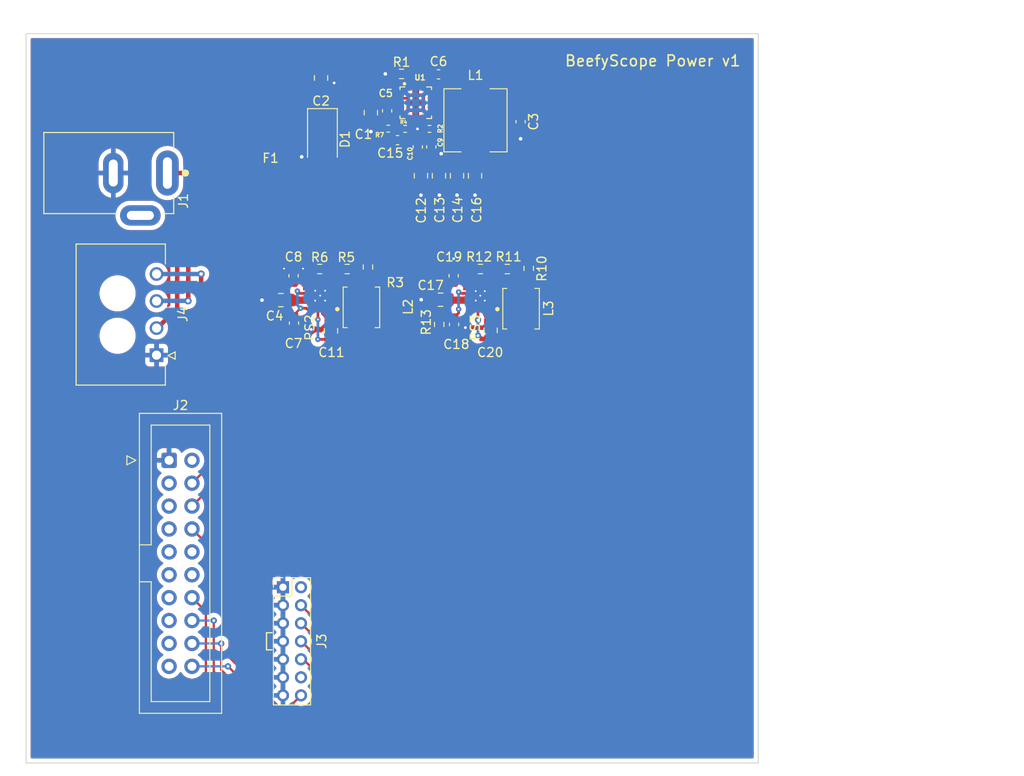
<source format=kicad_pcb>
(kicad_pcb (version 20211014) (generator pcbnew)
  (layers (0 "F.Cu" signal) (31 "B.Cu" signal) (34 "B.Paste" user) (35 "F.Paste" user) (36 "B.SilkS" user "B.Silkscreen") (37 "F.SilkS" user "F.Silkscreen") (38 "B.Mask" user) (39 "F.Mask" user) (44 "Edge.Cuts" user))
  (net 0 "")
  (net 1 "GND")
  (net 2 "+12V")
  (net 3 "+5V")
  (net 4 "Net-(C7-Pad1)")
  (net 5 "Net-(C8-Pad2)")
  (net 6 "Net-(C10-Pad1)")
  (net 7 "+3V3")
  (net 8 "Net-(C18-Pad1)")
  (net 9 "Net-(C19-Pad2)")
  (net 10 "PS_1V2")
  (net 16 "PS_PGOOD")
  (net 17 "PS_PWR_ENABLE")
  (net 18 "FAN_CTL")
  (net 19 "Net-(L2-Pad1)")
  (net 20 "Net-(L3-Pad1)")
  (net 21 "Net-(PS2-Pad4)")
  (net 22 "Net-(PS2-Pad5)")
  (net 23 "Net-(PS3-Pad5)")
  (net 24 "Net-(C9-Pad1)")
  (net 30 "Net-(F1-Pad1)")
  (net 31 "PS_SRST_B")
  (net 32 "JTAG_TMS")
  (net 33 "JTAG_TCK")
  (net 34 "JTAG_TDO")
  (net 35 "JTAG_TDI")
  (net 36 "PS_1V8")
  (net 40 "Net-(C3-Pad1)")
  (net 41 "Net-(C6-Pad1)")
  (net 42 "Net-(C15-Pad2)")
  (net 43 "Net-(R1-Pad1)")
  (net 46 "Net-(C6-Pad2)")
  (footprint "Beefy:L_6.7x7" (layer "F.Cu") (at 117.1725 38.15 -90)
    (fp_text reference "L1")
    (fp_text value "3.3uH" hide)
  )
  (footprint "Capacitor_SMD:C_0805_2012Metric" (layer "F.Cu") (at 113.1225 44.3 -90)
    (fp_text reference "C13")
    (fp_text value "22uF" hide)
  )
  (footprint "Parts:IC_TPS54821RHLR" (layer "F.Cu") (at 110.55 36.2 -90)
    (fp_text reference "U1")
    (fp_text value "TPS54821RHLR" hide)
  )
  (footprint "Capacitor_SMD:C_0603_1608Metric" (layer "F.Cu") (at 97.05 60.65 -90)
    (fp_text reference "C7")
    (fp_text value "0.1uF")
  )
  (footprint "Beefy:FUSE_C206912" (layer "F.Cu") (at 94.45 36.15 90)
    (fp_text reference "F1")
    (fp_text value "Fuse" hide)
  )
  (footprint "Capacitor_SMD:C_0603_1608Metric" (layer "F.Cu") (at 108.5225 40.35 180)
    (fp_text reference "C15")
    (fp_text value "470pF" hide)
  )
  (footprint "Resistor_SMD:R_0402_1005Metric" (layer "F.Cu") (at 112.0725 39.1)
    (fp_text reference "R2")
    (fp_text value "4.64k" hide)
  )
  (footprint "Capacitor_SMD:C_0805_2012Metric" (layer "F.Cu") (at 118.85 61.45 90)
    (fp_text reference "C20")
    (fp_text value "22uF")
  )
  (footprint "Capacitor_SMD:C_0603_1608Metric" (layer "F.Cu") (at 114.75 55.4 -90)
    (fp_text reference "C19")
    (fp_text value "3.3nF")
  )
  (footprint "Resistor_SMD:R_0402_1005Metric" (layer "F.Cu") (at 109.3725 39.1 180)
    (fp_text reference "R4")
    (fp_text value "10k" hide)
  )
  (footprint "Capacitor_SMD:C_0603_1608Metric" (layer "F.Cu") (at 110.7725 41.1 -90)
    (fp_text reference "C10")
    (fp_text value "39pF" hide)
  )
  (footprint "Resistor_SMD:R_0402_1005Metric" (layer "F.Cu") (at 107.5 39.075 180)
    (fp_text reference "R7")
    (fp_text value "1.37k" hide)
  )
  (footprint "Capacitor_SMD:C_0805_2012Metric" (layer "F.Cu") (at 117.1225 44.3 -90)
    (fp_text reference "C16")
    (fp_text value "22uF")
  )
  (footprint "Capacitor_SMD:C_0805_2012Metric" (layer "F.Cu") (at 95.6 58.1 180)
    (fp_text reference "C4")
    (fp_text value "10uF")
  )
  (footprint "Capacitor_SMD:C_0805_2012Metric" (layer "F.Cu") (at 111.1225 44.3 -90)
    (fp_text reference "C12")
    (fp_text value "22uF")
  )
  (footprint "Connector_PinHeader_2.00mm:PinHeader_2x07_P2.00mm_Vertical" (layer "F.Cu") (at 95.825 89.95)
    (fp_text reference "J3")
    (fp_text value "Conn_02x07_Odd_Even" hide)
  )
  (footprint "Capacitor_SMD:C_0805_2012Metric" (layer "F.Cu") (at 101.15 61.5 90)
    (fp_text reference "C11")
    (fp_text value "22uF")
  )
  (footprint "Beefy:L_4.1x4.5" (layer "F.Cu") (at 122.2 59.05 -90)
    (fp_text reference "L3")
    (fp_text value "2.2uH" hide)
  )
  (footprint "SamacSys_Parts:QFN50P300X300X100-17N-D" (layer "F.Cu") (at 99.95 57.6 180)
    (fp_text reference "PS2")
    (fp_text value "TLV62130RGTR" hide)
  )
  (footprint "Resistor_SMD:R_0603_1608Metric" (layer "F.Cu") (at 117.725 54.65 180)
    (fp_text reference "R12")
    (fp_text value "150k")
  )
  (footprint "Diode_SMD:D_SMA" (layer "F.Cu") (at 100.2 40.25 -90)
    (fp_text reference "D1")
    (fp_text value "SMAJ16A")
  )
  (footprint "Capacitor_SMD:C_0603_1608Metric" (layer "F.Cu") (at 113.0725 33.05)
    (fp_text reference "C6")
    (fp_text value "0.1uF")
  )
  (footprint "Capacitor_SMD:C_0805_2012Metric" (layer "F.Cu") (at 105.5725 37.3 -90)
    (fp_text reference "C1")
    (fp_text value "22uF")
  )
  (footprint "SamacSys_Parts:QFN50P300X300X100-17N-D" (layer "F.Cu") (at 117.7 57.6 180)
    (fp_text reference "PS3")
    (fp_text value "TLV62130RGTR" hide)
  )
  (footprint "Connector_IDC:IDC-Header_2x10_P2.54mm_Vertical" (layer "F.Cu") (at 83.1975 75.87)
    (fp_text reference "J2")
    (fp_text value "POWER" hide)
  )
  (footprint "Capacitor_SMD:C_0603_1608Metric" (layer "F.Cu") (at 114.8 60.8 -90)
    (fp_text reference "C18")
    (fp_text value "0.1uF")
  )
  (footprint "Resistor_SMD:R_0603_1608Metric" (layer "F.Cu") (at 99.9 54.65 180)
    (fp_text reference "R6")
    (fp_text value "240k" hide)
  )
  (footprint "Resistor_SMD:R_0603_1608Metric" (layer "F.Cu") (at 108.9725 33 180)
    (fp_text reference "R1")
    (fp_text value "100k")
  )
  (footprint "Capacitor_SMD:C_0603_1608Metric" (layer "F.Cu") (at 107.3725 37.1 -90)
    (fp_text reference "C5")
    (fp_text value "0.1uF")
  )
  (footprint "Capacitor_SMD:C_0603_1608Metric" (layer "F.Cu") (at 112.2725 41.1 -90)
    (fp_text reference "C9")
    (fp_text value "3900pF" hide)
  )
  (footprint "Capacitor_SMD:C_0805_2012Metric" (layer "F.Cu") (at 100.05 33.45 -90)
    (fp_text reference "C2")
    (fp_text value "10uF")
  )
  (footprint "Capacitor_SMD:C_0805_2012Metric" (layer "F.Cu") (at 113.3 58.05 180)
    (fp_text reference "C17")
    (fp_text value "10uF")
  )
  (footprint "Capacitor_SMD:C_0603_1608Metric" (layer "F.Cu") (at 97 55.4 -90)
    (fp_text reference "C8")
    (fp_text value "3.3nF")
  )
  (footprint "Resistor_SMD:R_0603_1608Metric" (layer "F.Cu") (at 123.075 54.575 90)
    (fp_text reference "R10")
    (fp_text value "100k")
  )
  (footprint "Capacitor_SMD:C_0805_2012Metric" (layer "F.Cu") (at 115.1225 44.3 -90)
    (fp_text reference "C14")
    (fp_text value "22uF" hide)
  )
  (footprint "Beefy:L_4.1x4.5" (layer "F.Cu") (at 104.5 58.9 -90)
    (fp_text reference "L2")
    (fp_text value "2.2uH")
  )
  (footprint "Resistor_SMD:R_0603_1608Metric" (layer "F.Cu") (at 105.25 54.425 90)
    (fp_text reference "R3")
    (fp_text value "100k")
  )
  (footprint "Capacitor_SMD:C_0603_1608Metric" (layer "F.Cu") (at 122.1725 38.3 -90)
    (fp_text reference "C3")
    (fp_text value "0.022uF")
  )
  (footprint "Parts:CUI_PJ-202BH" (layer "F.Cu") (at 76.5125 44 180)
    (fp_text reference "J1")
    (fp_text value "Barrel_Jack_Switch" hide)
  )
  (footprint "Resistor_SMD:R_0603_1608Metric" (layer "F.Cu") (at 113.15 60.8 -90)
    (fp_text reference "R13")
    (fp_text value "100k")
  )
  (footprint "Resistor_SMD:R_0603_1608Metric" (layer "F.Cu") (at 102.95 54.65 180)
    (fp_text reference "R5")
    (fp_text value "750k" hide)
  )
  (footprint "Parts:MOLEX_436500400" (layer "F.Cu") (at 81.80925 64.2 -90)
    (fp_text reference "J4")
    (fp_text value "436500400" hide)
  )
  (footprint "Resistor_SMD:R_0603_1608Metric" (layer "F.Cu") (at 120.7 54.65 180)
    (fp_text reference "R11")
    (fp_text value "75k")
  )
  (gr_line (start 94 96.9) (end 94.6 96.9) (layer "F.SilkS") (width 0.15))
  (gr_line (start 94.6 95) (end 94 95) (layer "F.SilkS") (width 0.15))
  (gr_line (start 94 95) (end 94 96.9) (layer "F.SilkS") (width 0.15))
  (gr_rect (start 67.3475 28.53) (end 148.5225 109.455) (layer "Edge.Cuts") (width 0.1) (fill none))
  (gr_text "BeefyScope Power v1" (at 136.825 31.55) (layer "F.SilkS") (effects (font (size 1.2 1.2) (thickness 0.18))))
  (segment (start 108.1475 34.5225) (end 108.825 35.2) (width 0.3) (layer "F.Cu") (net 1))
  (segment (start 118.5 60.75) (end 118.1 61.15) (width 0.5) (layer "F.Cu") (net 1))
  (segment (start 97.95 42.25) (end 97.9 42.2) (width 0.5) (layer "F.Cu") (net 1))
  (segment (start 117.95 57.35) (end 117.7 57.6) (width 0.25) (layer "F.Cu") (net 1))
  (segment (start 118.45 60.1) (end 118.85 60.5) (width 0.3) (layer "F.Cu") (net 1))
  (segment (start 118.1 61.15) (end 116.05 61.15) (width 0.5) (layer "F.Cu") (net 1))
  (segment (start 113.3475 41.875) (end 113.3725 41.85) (width 0.5) (layer "F.Cu") (net 1))
  (segment (start 115.625 61.575) (end 114.9 61.575) (width 0.5) (layer "F.Cu") (net 1))
  (segment (start 110.743 39.1) (end 110.55 38.907) (width 0.3) (layer "F.Cu") (net 1))
  (segment (start 101.1 34.4) (end 101.5 34) (width 0.5) (layer "F.Cu") (net 1))
  (segment (start 116.05 61.15) (end 115.625 61.575) (width 0.5) (layer "F.Cu") (net 1))
  (segment (start 108.825 35.7) (end 108.825 35.2) (width 0.3) (layer "F.Cu") (net 1))
  (segment (start 100.2 57.35) (end 99.95 57.6) (width 0.3) (layer "F.Cu") (net 1))
  (segment (start 105.9475 37.875) (end 105.5725 38.25) (width 0.5) (layer "F.Cu") (net 1))
  (segment (start 99.075 54.65) (end 98.1 54.65) (width 0.3) (layer "F.Cu") (net 1))
  (segment (start 117.45 57.35) (end 117.7 57.6) (width 0.25) (layer "F.Cu") (net 1))
  (segment (start 100.2 59.6) (end 101.15 60.55) (width 0.3) (layer "F.Cu") (net 1))
  (segment (start 100.05 34.4) (end 101.1 34.4) (width 0.5) (layer "F.Cu") (net 1))
  (segment (start 114.75 54.625) (end 114.75 53.5) (width 0.5) (layer "F.Cu") (net 1))
  (segment (start 112.2725 41.875) (end 113.3475 41.875) (width 0.5) (layer "F.Cu") (net 1))
  (segment (start 100.2 59.1) (end 100.7 59.1) (width 0.3) (layer "F.Cu") (net 1))
  (segment (start 118.45 59.1) (end 118.45 60.1) (width 0.3) (layer "F.Cu") (net 1))
  (segment (start 108.1475 33) (end 108.1475 34.5225) (width 0.3) (layer "F.Cu") (net 1))
  (segment (start 100.7 59.1) (end 100.7 60.1) (width 0.3) (layer "F.Cu") (net 1))
  (segment (start 113.1225 46.4) (end 113.1725 46.45) (width 0.5) (layer "F.Cu") (net 1))
  (segment (start 116.9 54.625) (end 116.925 54.65) (width 0.5) (layer "F.Cu") (net 1))
  (segment (start 94.65 58.1) (end 93.5 58.1) (width 0.5) (layer "F.Cu") (net 1))
  (segment (start 115.1225 45.25) (end 115.1225 46.45) (width 0.5) (layer "F.Cu") (net 1))
  (segment (start 107.3725 37.875) (end 105.9475 37.875) (width 0.5) (layer "F.Cu") (net 1))
  (segment (start 117.45 55.175) (end 116.925 54.65) (width 0.25) (layer "F.Cu") (net 1))
  (segment (start 110.05 35.7) (end 110.55 36.2) (width 0.3) (layer "F.Cu") (net 1))
  (segment (start 98.95 61.35) (end 98.925 61.325) (width 0.3) (layer "F.Cu") (net 1))
  (segment (start 100.7 58.35) (end 100.5 58.15) (width 0.3) (layer "F.Cu") (net 1))
  (segment (start 99.2 54.775) (end 99.075 54.65) (width 0.3) (layer "F.Cu") (net 1))
  (segment (start 110.7725 41.875) (end 112.2725 41.875) (width 0.5) (layer "F.Cu") (net 1))
  (segment (start 100.7 60.1) (end 101.15 60.55) (width 0.3) (layer "F.Cu") (net 1))
  (segment (start 111.1225 45.25) (end 117.1225 45.25) (width 0.5) (layer "F.Cu") (net 1))
  (segment (start 114.75 54.625) (end 116.9 54.625) (width 0.5) (layer "F.Cu") (net 1))
  (segment (start 98.025 54.625) (end 98.05 54.6) (width 0.3) (layer "F.Cu") (net 1))
  (segment (start 99.2 56.1) (end 99.2 54.775) (width 0.3) (layer "F.Cu") (net 1))
  (segment (start 111.1225 45.25) (end 111.1225 46.45) (width 0.5) (layer "F.Cu") (net 1))
  (segment (start 100.7 59.1) (end 100.7 58.35) (width 0.3) (layer "F.Cu") (net 1))
  (segment (start 110.55 38.907) (end 110.55 36.2) (width 0.3) (layer "F.Cu") (net 1))
  (segment (start 97 54.625) (end 98.025 54.625) (width 0.3) (layer "F.Cu") (net 1))
  (segment (start 107.0125 38.235) (end 107.3725 37.875) (width 0.5) (layer "F.Cu") (net 1))
  (segment (start 117.45 56.1) (end 117.45 57.35) (width 0.25) (layer "F.Cu") (net 1))
  (segment (start 100.2 57.85) (end 99.95 57.6) (width 0.3) (layer "F.Cu") (net 1))
  (segment (start 117.1225 45.25) (end 117.1225 46.45) (width 0.5) (layer "F.Cu") (net 1))
  (segment (start 117.45 56.1) (end 117.45 55.175) (width 0.25) (layer "F.Cu") (net 1))
  (segment (start 108.825 35.7) (end 110.05 35.7) (width 0.3) (layer "F.Cu") (net 1))
  (segment (start 117.95 56.1) (end 117.95 57.35) (width 0.25) (layer "F.Cu") (net 1))
  (segment (start 95.975 54.625) (end 95.95 54.6) (width 0.3) (layer "F.Cu") (net 1))
  (segment (start 101.15 60.55) (end 100.9 60.55) (width 0.3) (layer "F.Cu") (net 1))
  (segment (start 100.2 42.25) (end 97.95 42.25) (width 0.5) (layer "F.Cu") (net 1))
  (segment (start 118.85 60.5) (end 118.5 60.85) (width 0.3) (layer "F.Cu") (net 1))
  (segment (start 108.1475 33) (end 107.1725 33) (width 0.3) (layer "F.Cu") (net 1))
  (segment (start 100.2 59.1) (end 100.2 57.85) (width 0.3) (layer "F.Cu") (net 1))
  (segment (start 98.95 61.35) (end 100.1 61.35) (width 0.5) (layer "F.Cu") (net 1))
  (segment (start 98.1 54.65) (end 98.05 54.6) (width 0.3) (layer "F.Cu") (net 1))
  (segment (start 100.2 59.1) (end 100.2 59.6) (width 0.3) (layer "F.Cu") (net 1))
  (segment (start 122.1725 39.075) (end 122.1725 40.2) (width 0.5) (layer "F.Cu") (net 1))
  (segment (start 116.95 56.1) (end 117.45 56.1) (width 0.3) (layer "F.Cu") (net 1))
  (segment (start 98.925 61.325) (end 97.05 61.325) (width 0.3) (layer "F.Cu") (net 1))
  (segment (start 113.1225 45.25) (end 113.1225 46.4) (width 0.5) (layer "F.Cu") (net 1))
  (segment (start 100.2 56.1) (end 100.2 57.35) (width 0.3) (layer "F.Cu") (net 1))
  (segment (start 112.35 58.05) (end 111.15 58.05) (width 0.5) (layer "F.Cu") (net 1))
  (segment (start 107.0125 39.1) (end 107.0125 38.235) (width 0.5) (layer "F.Cu") (net 1))
  (segment (start 99.7 56.1) (end 100.2 56.1) (width 0.3) (layer "F.Cu") (net 1))
  (segment (start 117.95 59.1) (end 118.45 59.1) (width 0.3) (layer "F.Cu") (net 1))
  (segment (start 97 54.625) (end 95.975 54.625) (width 0.3) (layer "F.Cu") (net 1))
  (segment (start 117.95 56.1) (end 117.45 56.1) (width 0.25) (layer "F.Cu") (net 1))
  (segment (start 99.2 56.1) (end 99.7 56.1) (width 0.3) (layer "F.Cu") (net 1))
  (segment (start 100.1 61.35) (end 100.9 60.55) (width 0.5) (layer "F.Cu") (net 1))
  (segment (start 114.9 61.575) (end 114.8 61.475) (width 0.5) (layer "F.Cu") (net 1))
  (via (at 118.2 57.1) (size 0.6) (drill 0.2) (layers "F.Cu" "B.Cu") (net 1))
  (via (at 100.5 57.05) (size 0.6) (drill 0.2) (layers "F.Cu" "B.Cu") (net 1))
  (via (at 110.743 39.1) (size 0.7) (drill 0.3) (layers "F.Cu" "B.Cu") (net 1))
  (via (at 99.4 58.15) (size 0.6) (drill 0.2) (layers "F.Cu" "B.Cu") (net 1))
  (via (at 95.95 54.6) (size 0.6) (drill 0.2) (layers "F.Cu" "B.Cu") (net 1))
  (via (at 117.1225 46.45) (size 0.8) (drill 0.4) (layers "F.Cu" "B.Cu") (net 1))
  (via (at 116.05 61.15) (size 0.7) (drill 0.3) (layers "F.Cu" "B.Cu") (net 1))
  (via (at 98.95 61.35) (size 0.7) (drill 0.3) (layers "F.Cu" "B.Cu") (net 1))
  (via (at 117.2 57.1) (size 0.6) (drill 0.2) (layers "F.Cu" "B.Cu") (net 1))
  (via (at 107.1725 33) (size 0.8) (drill 0.4) (layers "F.Cu" "B.Cu") (net 1))
  (via (at 117.2 58.15) (size 0.6) (drill 0.2) (layers "F.Cu" "B.Cu") (net 1))
  (via (at 115.1225 46.45) (size 0.8) (drill 0.4) (layers "F.Cu" "B.Cu") (net 1))
  (via (at 111.15 58.05) (size 0.8) (drill 0.4) (layers "F.Cu" "B.Cu") (net 1))
  (via (at 105.5725 39.4) (size 0.8) (drill 0.4) (layers "F.Cu" "B.Cu") (net 1))
  (via (at 122.1725 40.2) (size 0.8) (drill 0.4) (layers "F.Cu" "B.Cu") (net 1))
  (via (at 100.5 58.15) (size 0.6) (drill 0.2) (layers "F.Cu" "B.Cu") (net 1))
  (via (at 111.1225 46.45) (size 0.8) (drill 0.4) (layers "F.Cu" "B.Cu") (net 1))
  (via (at 117.7 57.6) (size 0.6) (drill 0.2) (layers "F.Cu" "B.Cu") (net 1))
  (via (at 101.5 34) (size 0.7) (drill 0.3) (layers "F.Cu" "B.Cu") (net 1))
  (via (at 118.2 58.15) (size 0.6) (drill 0.2) (layers "F.Cu" "B.Cu") (net 1))
  (via (at 97.9 42.2) (size 0.8) (drill 0.4) (layers "F.Cu" "B.Cu") (net 1))
  (via (at 113.3725 41.85) (size 0.8) (drill 0.4) (layers "F.Cu" "B.Cu") (net 1))
  (via (at 93.5 58.1) (size 0.8) (drill 0.4) (layers "F.Cu" "B.Cu") (net 1))
  (via (at 99.4 57.05) (size 0.6) (drill 0.2) (layers "F.Cu" "B.Cu") (net 1))
  (via (at 114.75 53.5) (size 0.7) (drill 0.3) (layers "F.Cu" "B.Cu") (net 1))
  (via (at 113.1725 46.45) (size 0.8) (drill 0.4) (layers "F.Cu" "B.Cu") (net 1))
  (via (at 98.05 54.6) (size 0.6) (drill 0.2) (layers "F.Cu" "B.Cu") (net 1))
  (via (at 99.95 57.6) (size 0.6) (drill 0.2) (layers "F.Cu" "B.Cu") (net 1))
  (segment (start 95.4 42.95) (end 93.925 42.95) (width 0.5) (layer "F.Cu") (net 2))
  (segment (start 108.825 36.425) (end 108.825 36.9) (width 0.3) (layer "F.Cu") (net 2))
  (segment (start 105.5725 36.35) (end 107.3475 36.35) (width 0.5) (layer "F.Cu") (net 2))
  (segment (start 97.65 32.45) (end 101.5 32.45) (width 0.5) (layer "F.Cu") (net 2))
  (segment (start 105.4 36.35) (end 105.5725 36.35) (width 0.5) (layer "F.Cu") (net 2))
  (segment (start 107.7475 36.7) (end 107.3725 36.325) (width 0.3) (layer "F.Cu") (net 2))
  (segment (start 81.9 61.2) (end 81.80925 61.2) (width 0.5) (layer "F.Cu") (net 2))
  (segment (start 84.1 59) (end 81.9 61.2) (width 0.5) (layer "F.Cu") (net 2))
  (segment (start 109.1 37.2) (end 109.1 36.2) (width 0.3) (layer "F.Cu") (net 2))
  (segment (start 97.65 35.7) (end 97.65 32.45) (width 0.5) (layer "F.Cu") (net 2))
  (segment (start 108.825 36.7) (end 107.7475 36.7) (width 0.3) (layer "F.Cu") (net 2))
  (segment (start 101.5 32.45) (end 105.4 36.35) (width 0.5) (layer "F.Cu") (net 2))
  (segment (start 107.4725 36.425) (end 107.3725 36.325) (width 0.3) (layer "F.Cu") (net 2))
  (segment (start 108.825 36.2) (end 108.825 36.425) (width 0.3) (layer "F.Cu") (net 2))
  (segment (start 97.65 35.7) (end 97.65 40.7) (width 0.5) (layer "F.Cu") (net 2))
  (segment (start 108.825 36.9) (end 108.225 36.9) (width 0.3) (layer "F.Cu") (net 2))
  (segment (start 108.825 36.9) (end 108.825 37.2) (width 0.3) (layer "F.Cu") (net 2))
  (segment (start 97.65 32.45) (end 94.65 32.45) (width 0.5) (layer "F.Cu") (net 2))
  (segment (start 94.65 32.45) (end 94.25 32.85) (width 0.5) (layer "F.Cu") (net 2))
  (segment (start 93.925 42.95) (end 84.1 52.775) (width 0.5) (layer "F.Cu") (net 2))
  (segment (start 97.65 40.7) (end 95.4 42.95) (width 0.5) (layer "F.Cu") (net 2))
  (segment (start 108.825 37.2) (end 108.2475 37.2) (width 0.3) (layer "F.Cu") (net 2))
  (segment (start 108.825 36.425) (end 107.4725 36.425) (width 0.3) (layer "F.Cu") (net 2))
  (segment (start 100.2 38.25) (end 97.65 35.7) (width 0.5) (layer "F.Cu") (net 2))
  (segment (start 108.825 36.2) (end 107.4975 36.2) (width 0.3) (layer "F.Cu") (net 2))
  (segment (start 109.1 36.2) (end 108.825 36.2) (width 0.3) (layer "F.Cu") (net 2))
  (segment (start 84.1 52.775) (end 84.1 59) (width 0.5) (layer "F.Cu") (net 2))
  (segment (start 108.2475 37.2) (end 107.3725 36.325) (width 0.3) (layer "F.Cu") (net 2))
  (segment (start 108.825 37.2) (end 109.1 37.2) (width 0.3) (layer "F.Cu") (net 2))
  (segment (start 107.4975 36.2) (end 107.3725 36.325) (width 0.3) (layer "F.Cu") (net 2))
  (segment (start 107.3475 36.35) (end 107.3725 36.325) (width 0.5) (layer "F.Cu") (net 2))
  (segment (start 114.3 58.35) (end 114.3 58.1) (width 0.25) (layer "F.Cu") (net 3))
  (segment (start 109.2975 41.8725) (end 109.2975 40.35) (width 0.5) (layer "F.Cu") (net 3))
  (segment (start 114.25 57.85) (end 112.9 56.5) (width 0.5) (layer "F.Cu") (net 3))
  (segment (start 110.775 43.35) (end 109.2975 41.8725) (width 0.5) (layer "F.Cu") (net 3))
  (segment (start 113.15 59.4) (end 114.25 58.3) (width 0.25) (layer "F.Cu") (net 3))
  (segment (start 109.8825 39.1) (end 109.8825 39.765) (width 0.3) (layer "F.Cu") (net 3))
  (segment (start 109.8825 39.765) (end 109.2975 40.35) (width 0.3) (layer "F.Cu") (net 3))
  (segment (start 111.1225 43.35) (end 110.775 43.35) (width 0.5) (layer "F.Cu") (net 3))
  (segment (start 109.4 51.45) (end 112.7 51.45) (width 0.5) (layer "F.Cu") (net 3))
  (segment (start 114.25 58.3) (end 114.25 58.05) (width 0.25) (layer "F.Cu") (net 3))
  (segment (start 114.25 58.05) (end 114.3 58.1) (width 0.5) (layer "F.Cu") (net 3))
  (segment (start 112.9 56.5) (end 112.9 51.65) (width 0.5) (layer "F.Cu") (net 3))
  (segment (start 114.3 58.1) (end 116.2 58.1) (width 0.8) (layer "F.Cu") (net 3))
  (segment (start 96.8 57.85) (end 96.55 58.1) (width 0.25) (layer "F.Cu") (net 3))
  (segment (start 85.3 58.175) (end 85.325 58.15) (width 0.5) (layer "F.Cu") (net 3))
  (segment (start 96.8 58.35) (end 96.55 58.1) (width 0.25) (layer "F.Cu") (net 3))
  (segment (start 85.325 58.15) (end 85.325 53.3) (width 0.5) (layer "F.Cu") (net 3))
  (segment (start 114.25 58.05) (end 114.25 57.85) (width 0.5) (layer "F.Cu") (net 3))
  (segment (start 113.1225 43.35) (end 111.1225 43.35) (width 0.5) (layer "F.Cu") (net 3))
  (segment (start 98.45 58.35) (end 98.45 57.85) (width 0.25) (layer "F.Cu") (net 3))
  (segment (start 98.45 58.35) (end 96.8 58.35) (width 0.25) (layer "F.Cu") (net 3))
  (segment (start 110.775 43.35) (end 109.3 44.825) (width 0.5) (layer "F.Cu") (net 3))
  (segment (start 95.1 51.55) (end 95.2 51.45) (width 0.5) (layer "F.Cu") (net 3))
  (segment (start 85.325 53.3) (end 87.175 51.45) (width 0.5) (layer "F.Cu") (net 3))
  (segment (start 112.9 51.65) (end 112.7 51.45) (width 0.3) (layer "F.Cu") (net 3))
  (segment (start 117.1725 40.65) (end 117.1725 43.3) (width 0.5) (layer "F.Cu") (net 3))
  (segment (start 96.55 57.95) (end 95.1 56.5) (width 0.5) (layer "F.Cu") (net 3))
  (segment (start 109.3 51.35) (end 109.4 51.45) (width 0.5) (layer "F.Cu") (net 3))
  (segment (start 98.45 57.85) (end 96.8 57.85) (width 0.25) (layer "F.Cu") (net 3))
  (segment (start 117.1225 43.35) (end 115.1225 43.35) (width 0.5) (layer "F.Cu") (net 3))
  (segment (start 116.15 58.1) (end 116.2 58.05) (width 0.5) (layer "F.Cu") (net 3))
  (segment (start 116.2 58.35) (end 116.2 58.05) (width 0.3) (layer "F.Cu") (net 3))
  (segment (start 96.55 58.1) (end 96.55 57.95) (width 0.5) (layer "F.Cu") (net 3))
  (segment (start 95.2 51.45) (end 109.4 51.45) (width 0.5) (layer "F.Cu") (net 3))
  (segment (start 115.1225 43.35) (end 113.1225 43.35) (width 0.5) (layer "F.Cu") (net 3))
  (segment (start 95.1 56.5) (end 95.1 51.55) (width 0.5) (layer "F.Cu") (net 3))
  (segment (start 109.3 44.825) (end 109.3 51.35) (width 0.5) (layer "F.Cu") (net 3))
  (segment (start 87.175 51.45) (end 95.2 51.45) (width 0.5) (layer "F.Cu") (net 3))
  (segment (start 113.15 59.975) (end 113.15 59.4) (width 0.25) (layer "F.Cu") (net 3))
  (segment (start 117.1725 43.3) (end 117.1225 43.35) (width 0.5) (layer "F.Cu") (net 3))
  (segment (start 116.2 58.05) (end 116.2 57.85) (width 0.3) (layer "F.Cu") (net 3))
  (via (at 85.3 58.175) (size 0.8) (drill 0.4) (layers "F.Cu" "B.Cu") (net 3))
  (segment (start 81.83425 58.175) (end 81.80925 58.2) (width 0.5) (layer "B.Cu") (net 3))
  (segment (start 85.3 58.175) (end 81.83425 58.175) (width 0.5) (layer "B.Cu") (net 3))
  (segment (start 98.5 59.1) (end 99.2 59.1) (width 0.3) (layer "F.Cu") (net 4))
  (segment (start 97.672848 57.35) (end 98.45 57.35) (width 0.3) (layer "F.Cu") (net 4))
  (segment (start 97.775 59) (end 97.05 59.725) (width 0.25) (layer "F.Cu") (net 4))
  (segment (start 97.775 59) (end 98.4 59) (width 0.3) (layer "F.Cu") (net 4))
  (segment (start 98.4 59) (end 98.5 59.1) (width 0.3) (layer "F.Cu") (net 4))
  (segment (start 97.05 59.725) (end 97.05 59.875) (width 0.25) (layer "F.Cu") (net 4))
  (segment (start 97.425717 57.102869) (end 97.672848 57.35) (width 0.3) (layer "F.Cu") (net 4))
  (via (at 97.775 59) (size 0.6) (drill 0.2) (layers "F.Cu" "B.Cu") (net 4))
  (via (at 97.425717 57.102869) (size 0.6) (drill 0.2) (layers "F.Cu" "B.Cu") (net 4))
  (segment (start 97.775 59) (end 97.425717 58.650717) (width 0.3) (layer "B.Cu") (net 4))
  (segment (start 97.425717 58.650717) (end 97.425717 57.102869) (width 0.3) (layer "B.Cu") (net 4))
  (segment (start 97.8 56.2) (end 97.025 56.2) (width 0.3) (layer "F.Cu") (net 5))
  (segment (start 97.025 56.2) (end 97 56.175) (width 0.3) (layer "F.Cu") (net 5))
  (segment (start 98.45 56.85) (end 97.8 56.2) (width 0.3) (layer "F.Cu") (net 5))
  (segment (start 111.3 37.925) (end 111.3 38.55) (width 0.3) (layer "F.Cu") (net 6))
  (segment (start 111.3 38.55) (end 111.5625 38.8125) (width 0.3) (layer "F.Cu") (net 6))
  (segment (start 111.5625 39.1) (end 111.5625 39.535) (width 0.3) (layer "F.Cu") (net 6))
  (segment (start 111.5625 38.8125) (end 111.5625 39.1) (width 0.3) (layer "F.Cu") (net 6))
  (segment (start 111.5625 39.535) (end 110.7725 40.325) (width 0.3) (layer "F.Cu") (net 6))
  (segment (start 99.65 63.95) (end 101.15 62.45) (width 0.5) (layer "F.Cu") (net 7))
  (segment (start 106.4 57.95) (end 106.4 56.1) (width 0.5) (layer "F.Cu") (net 7))
  (segment (start 104.5 59.85) (end 106.4 57.95) (width 0.5) (layer "F.Cu") (net 7))
  (segment (start 104.45 54.65) (end 105.05 55.25) (width 0.5) (layer "F.Cu") (net 7))
  (segment (start 105.55 55.25) (end 105.25 55.25) (width 0.5) (layer "F.Cu") (net 7))
  (segment (start 103.775 54.65) (end 104.45 54.65) (width 0.5) (layer "F.Cu") (net 7))
  (segment (start 101.3825 62.6825) (end 101.15 62.45) (width 0.5) (layer "F.Cu") (net 7))
  (segment (start 91.725 63.95) (end 99.65 63.95) (width 0.5) (layer "F.Cu") (net 7))
  (segment (start 102.165 62.45) (end 101.15 62.45) (width 0.5) (layer "F.Cu") (net 7))
  (segment (start 99.7 62.45) (end 101.15 62.45) (width 0.3) (layer "F.Cu") (net 7))
  (segment (start 104.5 60.75) (end 104.5 59.85) (width 0.5) (layer "F.Cu") (net 7))
  (segment (start 106.4 56.1) (end 105.55 55.25) (width 0.5) (layer "F.Cu") (net 7))
  (segment (start 86.75 58.975) (end 86.75 55.2) (width 0.5) (layer "F.Cu") (net 7))
  (segment (start 103.86 60.79) (end 103.825 60.79) (width 0.5) (layer "F.Cu") (net 7))
  (segment (start 103.825 60.79) (end 102.165 62.45) (width 0.5) (layer "F.Cu") (net 7))
  (segment (start 99.7 59.1) (end 99.7 60.25) (width 0.3) (layer "F.Cu") (net 7))
  (segment (start 91.725 63.95) (end 86.75 58.975) (width 0.5) (layer "F.Cu") (net 7))
  (via (at 99.7 60.25) (size 0.6) (drill 0.2) (layers "F.Cu" "B.Cu") (net 7))
  (via (at 86.75 55.2) (size 0.8) (drill 0.4) (layers "F.Cu" "B.Cu") (net 7))
  (via (at 99.7 62.45) (size 0.6) (drill 0.2) (layers "F.Cu" "B.Cu") (net 7))
  (segment (start 86.75 55.2) (end 81.80925 55.2) (width 0.5) (layer "B.Cu") (net 7))
  (segment (start 99.7 62.45) (end 99.7 60.25) (width 0.3) (layer "B.Cu") (net 7))
  (segment (start 115.3 59.525) (end 115.3 59.1) (width 0.3) (layer "F.Cu") (net 8))
  (segment (start 115.3 57.2) (end 115.45 57.35) (width 0.3) (layer "F.Cu") (net 8))
  (segment (start 114.95 59.875) (end 115.3 59.525) (width 0.3) (layer "F.Cu") (net 8))
  (segment (start 114.8 59.875) (end 114.95 59.875) (width 0.3) (layer "F.Cu") (net 8))
  (segment (start 115.45 57.35) (end 116.2 57.35) (width 0.3) (layer "F.Cu") (net 8))
  (via (at 115.3 57.2) (size 0.6) (drill 0.2) (layers "F.Cu" "B.Cu") (net 8))
  (via (at 115.3 59.1) (size 0.6) (drill 0.2) (layers "F.Cu" "B.Cu") (net 8))
  (segment (start 115.3 59.1) (end 115.3 57.2) (width 0.3) (layer "B.Cu") (net 8))
  (segment (start 115.525 56.175) (end 116.2 56.85) (width 0.3) (layer "F.Cu") (net 9))
  (segment (start 114.75 56.175) (end 115.525 56.175) (width 0.3) (layer "F.Cu") (net 9))
  (segment (start 117.8 62.4) (end 118.85 62.4) (width 0.5) (layer "F.Cu") (net 10))
  (segment (start 119.95 62.4) (end 118.85 62.4) (width 0.5) (layer "F.Cu") (net 10))
  (segment (start 117.45 59.1) (end 117.45 60.3) (width 0.3) (layer "F.Cu") (net 10))
  (segment (start 124.1 58.075) (end 122.2 59.975) (width 0.5) (layer "F.Cu") (net 10))
  (segment (start 121.2 61.9) (end 120.45 61.9) (width 0.5) (layer "F.Cu") (net 10))
  (segment (start 120.45 61.9) (end 119.95 62.4) (width 0.5) (layer "F.Cu") (net 10))
  (segment (start 124.1 56.325) (end 124.1 58.075) (width 0.5) (layer "F.Cu") (net 10))
  (segment (start 123.35 55.575) (end 124.1 56.325) (width 0.5) (layer "F.Cu") (net 10))
  (segment (start 122.325 54.65) (end 121.525 54.65) (width 0.5) (layer "F.Cu") (net 10))
  (segment (start 117.45 62.05) (end 117.8 62.4) (width 0.5) (layer "F.Cu") (net 10))
  (segment (start 123.075 55.4) (end 122.325 54.65) (width 0.5) (layer "F.Cu") (net 10))
  (segment (start 122.2 59.975) (end 122.2 60.9) (width 0.5) (layer "F.Cu") (net 10))
  (segment (start 122.2 60.9) (end 121.2 61.9) (width 0.5) (layer "F.Cu") (net 10))
  (via (at 117.45 60.3) (size 0.7) (drill 0.3) (layers "F.Cu" "B.Cu") (net 10))
  (via (at 117.45 62.05) (size 0.7) (drill 0.3) (layers "F.Cu" "B.Cu") (net 10))
  (segment (start 117.45 60.3) (end 117.45 62.05) (width 0.3) (layer "B.Cu") (net 10))
  (segment (start 119.2 56.3) (end 119.9 55.6) (width 0.25) (layer "F.Cu") (net 16))
  (segment (start 121.1 53.75) (end 123.075 53.75) (width 0.25) (layer "F.Cu") (net 16))
  (segment (start 124.9 54.6) (end 124.9 62.75) (width 0.25) (layer "F.Cu") (net 16))
  (segment (start 119.2 56.85) (end 119.2 56.3) (width 0.25) (layer "F.Cu") (net 16))
  (segment (start 120.35 55.6) (end 120.7 55.25) (width 0.25) (layer "F.Cu") (net 16))
  (segment (start 121.675 65.975) (end 100.7125 65.975) (width 0.25) (layer "F.Cu") (net 16))
  (segment (start 123.075 53.75) (end 124.05 53.75) (width 0.25) (layer "F.Cu") (net 16))
  (segment (start 124.05 53.75) (end 124.9 54.6) (width 0.25) (layer "F.Cu") (net 16))
  (segment (start 119.9 55.6) (end 120.35 55.6) (width 0.25) (layer "F.Cu") (net 16))
  (segment (start 120.7 55.25) (end 120.7 54.15) (width 0.25) (layer "F.Cu") (net 16))
  (segment (start 100.7125 65.975) (end 85.7375 80.95) (width 0.25) (layer "F.Cu") (net 16))
  (segment (start 120.7 54.15) (end 121.1 53.75) (width 0.25) (layer "F.Cu") (net 16))
  (segment (start 124.9 62.75) (end 121.675 65.975) (width 0.25) (layer "F.Cu") (net 16))
  (segment (start 113.125 61.9) (end 113.125 62.625) (width 0.25) (layer "F.Cu") (net 17))
  (segment (start 113.125 61.725) (end 113.125 61.9) (width 0.2) (layer "F.Cu") (net 17))
  (segment (start 99.2475 64.9) (end 110.85 64.9) (width 0.25) (layer "F.Cu") (net 17))
  (segment (start 115.4 60.8) (end 114.05 60.8) (width 0.2) (layer "F.Cu") (net 17))
  (segment (start 116.95 59.25) (end 115.4 60.8) (width 0.2) (layer "F.Cu") (net 17))
  (segment (start 113.125 62.625) (end 110.85 64.9) (width 0.25) (layer "F.Cu") (net 17))
  (segment (start 114.05 60.8) (end 113.125 61.725) (width 0.2) (layer "F.Cu") (net 17))
  (segment (start 99.2475 64.9) (end 85.7375 78.41) (width 0.25) (layer "F.Cu") (net 17))
  (segment (start 116.95 59.1) (end 116.95 59.25) (width 0.2) (layer "F.Cu") (net 17))
  (segment (start 101.45 58.35) (end 102.485 58.35) (width 0.3) (layer "F.Cu") (net 19))
  (segment (start 102.485 58.35) (end 103.825 57.01) (width 0.3) (layer "F.Cu") (net 19))
  (segment (start 101.45 58.35) (end 101.45 57.35) (width 0.3) (layer "F.Cu") (net 19))
  (segment (start 103.485 57.35) (end 103.825 57.01) (width 0.3) (layer "F.Cu") (net 19))
  (segment (start 101.45 57.35) (end 103.485 57.35) (width 0.3) (layer "F.Cu") (net 19))
  (segment (start 101.45 57.85) (end 102.985 57.85) (width 0.3) (layer "F.Cu") (net 19))
  (segment (start 102.985 57.85) (end 103.825 57.01) (width 0.3) (layer "F.Cu") (net 19))
  (segment (start 119.2 57.85) (end 119.2 57.35) (width 0.3) (layer "F.Cu") (net 20))
  (segment (start 119.2 58.35) (end 119.2 57.85) (width 0.3) (layer "F.Cu") (net 20))
  (segment (start 121.185 57.35) (end 121.525 57.01) (width 0.3) (layer "F.Cu") (net 20))
  (segment (start 119.2 57.35) (end 121.185 57.35) (width 0.3) (layer "F.Cu") (net 20))
  (segment (start 101.45 56.85) (end 101.45 56.4) (width 0.25) (layer "F.Cu") (net 21))
  (segment (start 103.35 53.6) (end 105.25 53.6) (width 0.25) (layer "F.Cu") (net 21))
  (segment (start 102.95 54) (end 103.35 53.6) (width 0.25) (layer "F.Cu") (net 21))
  (segment (start 102.2 55.65) (end 102.55 55.65) (width 0.25) (layer "F.Cu") (net 21))
  (segment (start 102.95 55.25) (end 102.95 54) (width 0.25) (layer "F.Cu") (net 21))
  (segment (start 102.55 55.65) (end 102.95 55.25) (width 0.25) (layer "F.Cu") (net 21))
  (segment (start 101.45 56.4) (end 102.2 55.65) (width 0.25) (layer "F.Cu") (net 21))
  (segment (start 100.7 56.1) (end 100.7 54.675) (width 0.3) (layer "F.Cu") (net 22))
  (segment (start 100.725 54.65) (end 102.125 54.65) (width 0.5) (layer "F.Cu") (net 22))
  (segment (start 100.7 54.675) (end 100.725 54.65) (width 0.3) (layer "F.Cu") (net 22))
  (segment (start 118.45 54.775) (end 118.575 54.65) (width 0.3) (layer "F.Cu") (net 23))
  (segment (start 118.45 56.1) (end 118.45 54.775) (width 0.3) (layer "F.Cu") (net 23))
  (segment (start 118.575 54.65) (end 119.875 54.65) (width 0.5) (layer "F.Cu") (net 23))
  (segment (start 112.5725 39.11) (end 112.5725 40.025) (width 0.3) (layer "F.Cu") (net 24))
  (segment (start 112.5725 40.025) (end 112.2725 40.325) (width 0.3) (layer "F.Cu") (net 24))
  (segment (start 112.5825 39.1) (end 112.5725 39.11) (width 0.3) (layer "F.Cu") (net 24))
  (segment (start 94.45 39.22) (end 89.67 44) (width 0.5) (layer "F.Cu") (net 30))
  (segment (start 89.67 44) (end 83.0125 44) (width 0.5) (layer "F.Cu") (net 30))
  (segment (start 95.25 103.1) (end 89.9 97.75) (width 0.25) (layer "F.Cu") (net 31))
  (segment (start 97.825 101.95) (end 96.675 103.1) (width 0.25) (layer "F.Cu") (net 31))
  (segment (start 96.675 103.1) (end 95.25 103.1) (width 0.25) (layer "F.Cu") (net 31))
  (segment (start 89.9 87.6525) (end 85.7375 83.49) (width 0.25) (layer "F.Cu") (net 31))
  (segment (start 89.9 97.75) (end 89.9 87.6525) (width 0.25) (layer "F.Cu") (net 31))
  (segment (start 97.825 91.95) (end 101.5 95.625) (width 0.25) (layer "F.Cu") (net 32))
  (segment (start 101.5 103.2) (end 99.25 105.45) (width 0.25) (layer "F.Cu") (net 32))
  (segment (start 93.25 105.45) (end 87.275 99.475) (width 0.25) (layer "F.Cu") (net 32))
  (segment (start 87.275 92.6475) (end 85.7375 91.11) (width 0.25) (layer "F.Cu") (net 32))
  (segment (start 99.25 105.45) (end 93.25 105.45) (width 0.25) (layer "F.Cu") (net 32))
  (segment (start 101.5 95.625) (end 101.5 103.2) (width 0.25) (layer "F.Cu") (net 32))
  (segment (start 87.275 99.475) (end 87.275 92.6475) (width 0.25) (layer "F.Cu") (net 32))
  (segment (start 100.75 103) (end 98.9 104.85) (width 0.25) (layer "F.Cu") (net 33))
  (segment (start 100.75 96.875) (end 100.75 103) (width 0.25) (layer "F.Cu") (net 33))
  (segment (start 93.7 104.85) (end 88.15 99.3) (width 0.25) (layer "F.Cu") (net 33))
  (segment (start 88.15 99.3) (end 88.15 93.65) (width 0.25) (layer "F.Cu") (net 33))
  (segment (start 97.825 93.95) (end 100.75 96.875) (width 0.25) (layer "F.Cu") (net 33))
  (segment (start 98.9 104.85) (end 93.7 104.85) (width 0.25) (layer "F.Cu") (net 33))
  (via (at 88.15 93.65) (size 0.7) (drill 0.3) (layers "F.Cu" "B.Cu") (net 33))
  (segment (start 88.15 93.65) (end 85.7375 93.65) (width 0.25) (layer "B.Cu") (net 33))
  (segment (start 97.85 95.95) (end 97.825 95.95) (width 0.25) (layer "F.Cu") (net 34))
  (segment (start 88.975 99.125) (end 94.1 104.25) (width 0.25) (layer "F.Cu") (net 34))
  (segment (start 88.975 96.2) (end 88.975 99.125) (width 0.25) (layer "F.Cu") (net 34))
  (segment (start 100.1 98.2) (end 97.85 95.95) (width 0.25) (layer "F.Cu") (net 34))
  (segment (start 98.575 104.25) (end 100.1 102.725) (width 0.25) (layer "F.Cu") (net 34))
  (segment (start 100.1 102.725) (end 100.1 98.2) (width 0.25) (layer "F.Cu") (net 34))
  (segment (start 94.1 104.25) (end 98.575 104.25) (width 0.25) (layer "F.Cu") (net 34))
  (via (at 88.975 96.2) (size 0.7) (drill 0.3) (layers "F.Cu" "B.Cu") (net 34))
  (segment (start 88.965 96.19) (end 85.7375 96.19) (width 0.25) (layer "B.Cu") (net 34))
  (segment (start 88.975 96.2) (end 88.965 96.19) (width 0.25) (layer "B.Cu") (net 34))
  (segment (start 94.7 103.7) (end 98.25 103.7) (width 0.25) (layer "F.Cu") (net 35))
  (segment (start 89.73 98.73) (end 94.7 103.7) (width 0.25) (layer "F.Cu") (net 35))
  (segment (start 98.25 103.7) (end 99.45 102.5) (width 0.25) (layer "F.Cu") (net 35))
  (segment (start 98.075 97.95) (end 97.825 97.95) (width 0.25) (layer "F.Cu") (net 35))
  (segment (start 99.45 102.5) (end 99.45 99.325) (width 0.25) (layer "F.Cu") (net 35))
  (segment (start 99.45 99.325) (end 98.075 97.95) (width 0.25) (layer "F.Cu") (net 35))
  (via (at 89.73 98.73) (size 0.7) (drill 0.3) (layers "F.Cu" "B.Cu") (net 35))
  (segment (start 89.73 98.73) (end 85.7375 98.73) (width 0.25) (layer "B.Cu") (net 35))
  (segment (start 112.275 37.2) (end 114.4225 37.2) (width 0.3) (layer "F.Cu") (net 40))
  (segment (start 122.1475 37.55) (end 122.1725 37.525) (width 0.3) (layer "F.Cu") (net 40))
  (segment (start 114.7725 37.55) (end 122.1475 37.55) (width 0.3) (layer "F.Cu") (net 40))
  (segment (start 114.4225 37.2) (end 114.7725 37.55) (width 0.3) (layer "F.Cu") (net 40))
  (segment (start 112.275 35.2) (end 112.275 33.0725) (width 0.3) (layer "F.Cu") (net 41))
  (segment (start 112.275 33.0725) (end 112.2975 33.05) (width 0.3) (layer "F.Cu") (net 41))
  (segment (start 108.0325 39.1) (end 108.0325 40.065) (width 0.4) (layer "F.Cu") (net 42))
  (segment (start 109.8 37.925) (end 109.8 38.0725) (width 0.3) (layer "F.Cu") (net 42))
  (segment (start 108.8625 39.01) (end 108.8625 39.1) (width 0.3) (layer "F.Cu") (net 42))
  (segment (start 109.8 38.0725) (end 108.8625 39.01) (width 0.3) (layer "F.Cu") (net 42))
  (segment (start 108.0325 40.065) (end 107.7475 40.35) (width 0.4) (layer "F.Cu") (net 42))
  (segment (start 108.0325 39.1) (end 108.8625 39.1) (width 0.4) (layer "F.Cu") (net 42))
  (segment (start 109.8 34.475) (end 109.8 33.0025) (width 0.3) (layer "F.Cu") (net 43))
  (segment (start 109.8 33.0025) (end 109.7975 33) (width 0.3) (layer "F.Cu") (net 43))
  (segment (start 112.275 36.2) (end 116.6225 36.2) (width 0.3) (layer "F.Cu") (net 46))
  (segment (start 113.8725 33.075) (end 113.8725 35.7) (width 0.3) (layer "F.Cu") (net 46))
  (segment (start 116.6225 36.2) (end 117.1725 35.65) (width 0.3) (layer "F.Cu") (net 46))
  (segment (start 117.1225 35.7) (end 117.1725 35.65) (width 0.3) (layer "F.Cu") (net 46))
  (segment (start 113.8475 33.05) (end 113.8725 33.075) (width 0.3) (layer "F.Cu") (net 46))
  (segment (start 115.4725 35.95) (end 115.8725 35.95) (width 0.5) (layer "F.Cu") (net 46))
  (segment (start 112.275 35.7) (end 113.8725 35.7) (width 0.3) (layer "F.Cu") (net 46))
  (segment (start 112.1725 35.95) (end 115.4725 35.95) (width 0.5) (layer "F.Cu") (net 46))
  (segment (start 113.8725 35.7) (end 117.1225 35.7) (width 0.3) (layer "F.Cu") (net 46))
  (zone (net 3) (net_name "+5V") (layer "F.Cu") (priority 1) (connect_pads yes (clearance 0)) (min_thickness 0.254) (fill yes (thermal_gap 0.508) (thermal_bridge_width 0.508) (island_removal_mode 1) (island_area_min 0))
    (polygon (pts (xy 98.85 58.5) (xy 98.05 58.5) (xy 96.825 58.825) (xy 96.825 57.375) (xy 98.05 57.7) (xy 98.85 57.7)))
  )
  (zone (net 3) (net_name "+5V") (layer "F.Cu") (priority 1) (connect_pads yes (clearance 0)) (min_thickness 0.254) (fill yes (thermal_gap 0.508) (thermal_bridge_width 0.508) (island_removal_mode 1) (island_area_min 0))
    (polygon (pts (xy 118.425 41.875) (xy 117.775 43.85) (xy 111.1 43.85) (xy 111.1 42.85) (xy 113.525 42.85) (xy 115.95 39.4) (xy 118.425 39.4)))
  )
  (zone (net 46) (net_name "Net-(C6-Pad2)") (layer "F.Cu") (priority 1) (connect_pads yes (clearance 0)) (min_thickness 0.0254) (fill yes (thermal_gap 0.2) (thermal_bridge_width 0.2) (island_removal_mode 1) (island_area_min 0))
    (polygon (pts (xy 116.35 36.9) (xy 115.925 36.9) (xy 112.925 36.35) (xy 111.85 36.35) (xy 111.85 35.55) (xy 112.925 35.55) (xy 115.925 34.4) (xy 116.35 34.4)))
  )
  (zone (net 10) (net_name "PS_1V2") (layer "F.Cu") (priority 1) (connect_pads yes (clearance 0)) (min_thickness 0.254) (fill yes (thermal_gap 0.508) (thermal_bridge_width 0.508) (island_removal_mode 1) (island_area_min 0))
    (polygon (pts (xy 119.6 62.9) (xy 118.299309 62.882383) (xy 118.35 61.9) (xy 119.65 61.15) (xy 120.95 60.15) (xy 123.45 60.15) (xy 123.45 61.65)))
  )
  (zone (net 7) (net_name "+3V3") (layer "F.Cu") (priority 1) (connect_pads yes (clearance 0)) (min_thickness 0.254) (fill yes (thermal_gap 0.508) (thermal_bridge_width 0.508) (island_removal_mode 1) (island_area_min 0))
    (polygon (pts (xy 101.7 62.95) (xy 100.65 62.95) (xy 100.65 61.95) (xy 102 61.2) (xy 103.25 60) (xy 105.75 60) (xy 105.75 61.5)))
  )
  (zone (net 1) (net_name "GND") (layer "F.Cu") (priority 1) (connect_pads yes (clearance 0)) (min_thickness 0.254) (fill yes (thermal_gap 0.508) (thermal_bridge_width 0.508) (island_removal_mode 1) (island_area_min 0))
    (polygon (pts (xy 99.4 54.7) (xy 99.4 54.9) (xy 100.25 55.75) (xy 100.25 56.7) (xy 99.15 56.7) (xy 99.15 56.5) (xy 98.15 55.55) (xy 96.6 55.05) (xy 96.6 54.15) (xy 99.4 54.15)))
  )
  (zone (net 1) (net_name "GND") (layer "F.Cu") (priority 1) (connect_pads yes (clearance 0)) (min_thickness 0.254) (fill yes (thermal_gap 0.508) (thermal_bridge_width 0.508) (island_removal_mode 1) (island_area_min 0))
    (polygon (pts (xy 101.7905 60.2375) (xy 101.7905 60.8725) (xy 100.5205 60.8725) (xy 100.5205 60.301) (xy 100.203 59.666) (xy 100.203 58.4595) (xy 100.6475 58.4595)))
  )
  (zone (net 1) (net_name "GND") (layer "F.Cu") (priority 1) (connect_pads yes (clearance 0)) (min_thickness 0.254) (fill yes (thermal_gap 0.508) (thermal_bridge_width 0.508) (island_removal_mode 1) (island_area_min 0))
    (polygon (pts (xy 118 55.7) (xy 118 56.85) (xy 116.9 56.85) (xy 116.9 56.1) (xy 115.55 55.25) (xy 114.35 55.05) (xy 114.35 54.25) (xy 117.2 54.25)))
  )
  (zone (net 19) (net_name "Net-(L2-Pad1)") (layer "F.Cu") (priority 1) (connect_pads yes (clearance 0)) (min_thickness 0.254) (fill yes (thermal_gap 0.508) (thermal_bridge_width 0.508) (island_removal_mode 1) (island_area_min 0))
    (polygon (pts (xy 105.75 57.8) (xy 102.55 58.5) (xy 101.3 58.5) (xy 101.3 57.2) (xy 102.1 57.2) (xy 103.25 56.3) (xy 105.75 56.3)))
  )
  (zone (net 1) (net_name "GND") (layers F&B.Cu) (connect_pads (clearance 0.508)) (min_thickness 0.254) (fill yes (thermal_gap 0.508) (thermal_bridge_width 0.508))
    (polygon (pts (xy 178 110.9) (xy 64.675 110.9) (xy 64.675 24.8) (xy 178 24.8)))
  )
  (zone (net 2) (net_name "+12V") (layer "F.Cu") (priority 2) (connect_pads yes (clearance 0)) (min_thickness 0.0254) (fill yes (thermal_gap 0.508) (thermal_bridge_width 0.508) (island_removal_mode 1) (island_area_min 0))
    (polygon (pts (xy 109.25 37.2) (xy 108.2 37.2) (xy 107.625 36.580884) (xy 107.673529 36.2) (xy 109.25 36.2)))
  )
  (zone (net 20) (net_name "Net-(L3-Pad1)") (layer "F.Cu") (priority 1) (connect_pads yes (clearance 0)) (min_thickness 0.254) (fill yes (thermal_gap 0.508) (thermal_bridge_width 0.508))
    (polygon (pts (xy 123.45 57.95) (xy 119.6 58.5) (xy 118.8 58.5) (xy 118.8 57.2) (xy 119.7 57.2) (xy 120.95 56.45) (xy 123.45 56.45)))
  )
  (zone (net 1) (net_name "GND") (layer "F.Cu") (connect_pads yes (clearance 0)) (min_thickness 0.254) (fill yes (thermal_gap 0.508) (thermal_bridge_width 0.508) (island_removal_mode 1) (island_area_min 0))
    (polygon (pts (xy 118.475 58.686) (xy 119.491 60.083) (xy 119.491 60.9085) (xy 118.221 60.9085) (xy 118.221 60.1465) (xy 117.9035 59.5) (xy 117.9035 58.305) (xy 118.475 58.305)))
  )
)
</source>
